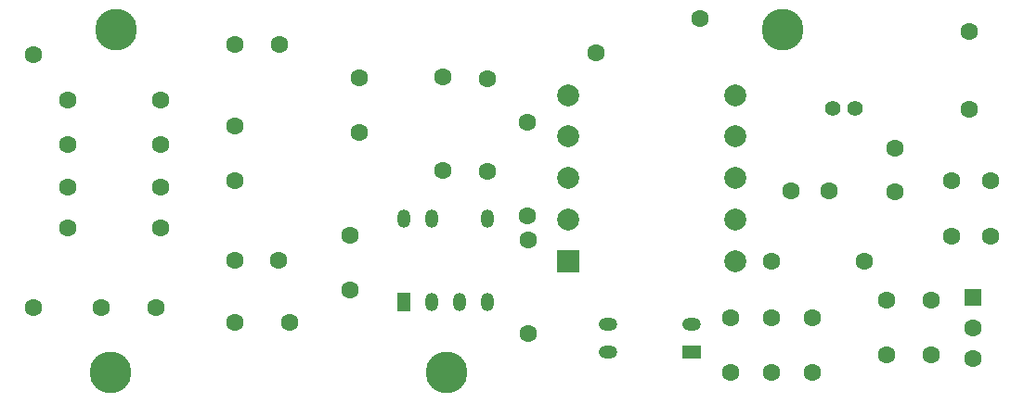
<source format=gtl>
G04 Layer_Physical_Order=1*
G04 Layer_Color=255*
%FSLAX25Y25*%
%MOIN*%
G70*
G01*
G75*
%ADD10R,0.04724X0.06693*%
%ADD11O,0.04724X0.06693*%
%ADD12O,0.06693X0.04724*%
%ADD13R,0.06693X0.04724*%
%ADD14C,0.05512*%
%ADD15C,0.06299*%
%ADD16C,0.07874*%
%ADD17R,0.07874X0.07874*%
%ADD18C,0.14961*%
%ADD19R,0.06299X0.06299*%
D10*
X151768Y36894D02*
D03*
D11*
X161768D02*
D03*
X171768D02*
D03*
X181768D02*
D03*
X151768Y66894D02*
D03*
X161768D02*
D03*
X181768D02*
D03*
D12*
X225118Y28898D02*
D03*
Y18898D02*
D03*
X255118Y28898D02*
D03*
D13*
Y18898D02*
D03*
D14*
X305894Y106394D02*
D03*
X313768D02*
D03*
D15*
X290768Y76894D02*
D03*
X304547D02*
D03*
X91339Y100000D02*
D03*
Y80315D02*
D03*
X135768Y117579D02*
D03*
Y97894D02*
D03*
X132382Y41240D02*
D03*
Y60925D02*
D03*
X325197Y37402D02*
D03*
Y17717D02*
D03*
X341339Y37402D02*
D03*
Y17717D02*
D03*
X106988Y51968D02*
D03*
X91240D02*
D03*
X107087Y129528D02*
D03*
X91339D02*
D03*
X62953Y34894D02*
D03*
X43268D02*
D03*
X64665Y78051D02*
D03*
X31201D02*
D03*
Y63386D02*
D03*
X64665D02*
D03*
Y93405D02*
D03*
X31201D02*
D03*
Y109350D02*
D03*
X64665D02*
D03*
X181768Y117205D02*
D03*
Y83740D02*
D03*
X317232Y51394D02*
D03*
X283768D02*
D03*
X165748Y84252D02*
D03*
Y117717D02*
D03*
X328268Y92142D02*
D03*
Y76394D02*
D03*
X18768Y34894D02*
D03*
Y125894D02*
D03*
X354724Y106299D02*
D03*
Y134252D02*
D03*
X356299Y16535D02*
D03*
Y27559D02*
D03*
X220866Y126378D02*
D03*
X258268Y138976D02*
D03*
X110925Y29429D02*
D03*
X91240D02*
D03*
X283858Y11417D02*
D03*
Y31102D02*
D03*
X298425Y11417D02*
D03*
Y31102D02*
D03*
X269291Y11417D02*
D03*
Y31102D02*
D03*
X348425Y80315D02*
D03*
Y60630D02*
D03*
X362598D02*
D03*
Y80315D02*
D03*
X196457Y25591D02*
D03*
Y59055D02*
D03*
X196358Y67913D02*
D03*
Y101378D02*
D03*
D16*
X210728Y111276D02*
D03*
Y96315D02*
D03*
Y81354D02*
D03*
Y66394D02*
D03*
X270768Y111276D02*
D03*
Y96315D02*
D03*
Y81354D02*
D03*
Y66394D02*
D03*
Y51433D02*
D03*
D17*
X210728D02*
D03*
D18*
X46457Y11417D02*
D03*
X48425Y134646D02*
D03*
X167323Y11417D02*
D03*
X287795Y134646D02*
D03*
D19*
X356299Y38583D02*
D03*
M02*

</source>
